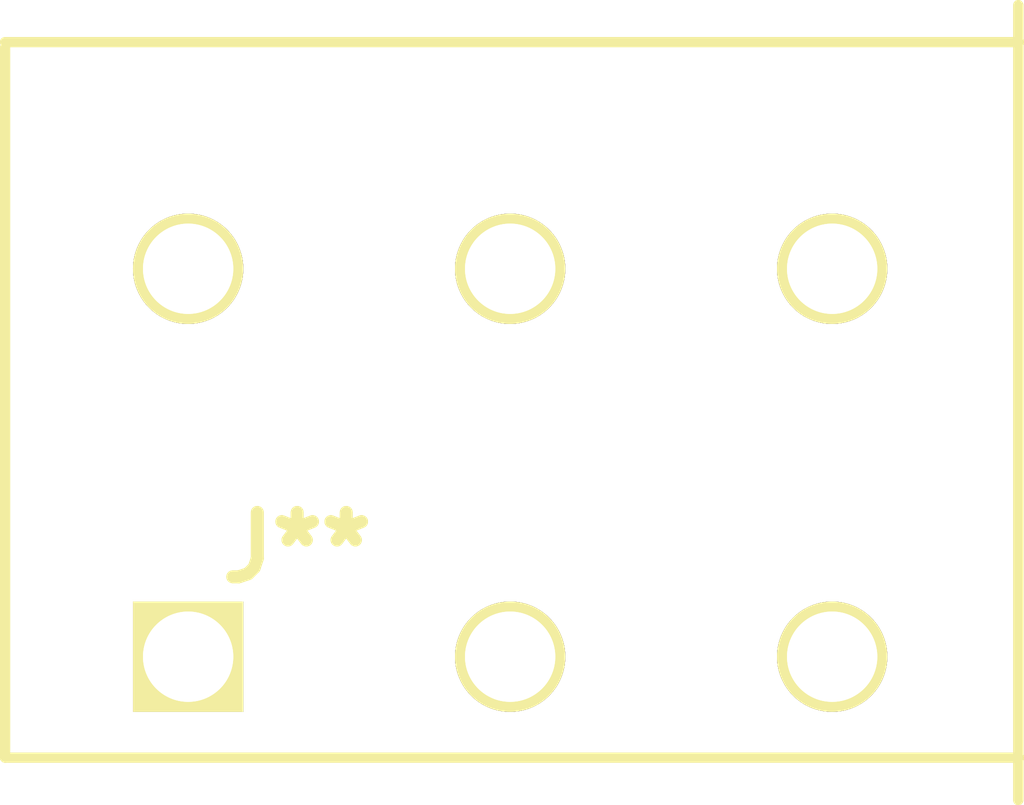
<source format=kicad_pcb>
(kicad_pcb (version 20171130) (host pcbnew "(5.0.2)-1")

  (general
    (thickness 1.6)
    (drawings 0)
    (tracks 0)
    (zones 0)
    (modules 2)
    (nets 1)
  )

  (page A4)
  (layers
    (0 F.Cu signal)
    (31 B.Cu signal)
    (32 B.Adhes user)
    (33 F.Adhes user)
    (34 B.Paste user)
    (35 F.Paste user)
    (36 B.SilkS user)
    (37 F.SilkS user)
    (38 B.Mask user)
    (39 F.Mask user)
    (40 Dwgs.User user)
    (41 Cmts.User user)
    (42 Eco1.User user)
    (43 Eco2.User user)
    (44 Edge.Cuts user)
    (45 Margin user)
    (46 B.CrtYd user)
    (47 F.CrtYd user)
    (48 B.Fab user)
    (49 F.Fab user)
  )

  (setup
    (last_trace_width 0.25)
    (trace_clearance 0.2)
    (zone_clearance 0.508)
    (zone_45_only no)
    (trace_min 0.2)
    (segment_width 0.2)
    (edge_width 0.15)
    (via_size 0.8)
    (via_drill 0.4)
    (via_min_size 0.4)
    (via_min_drill 0.3)
    (uvia_size 0.3)
    (uvia_drill 0.1)
    (uvias_allowed no)
    (uvia_min_size 0.2)
    (uvia_min_drill 0.1)
    (pcb_text_width 0.3)
    (pcb_text_size 1.5 1.5)
    (mod_edge_width 0.15)
    (mod_text_size 1 1)
    (mod_text_width 0.15)
    (pad_size 1.524 1.524)
    (pad_drill 0.762)
    (pad_to_mask_clearance 0.051)
    (solder_mask_min_width 0.25)
    (aux_axis_origin 0 0)
    (visible_elements FFFFFF7F)
    (pcbplotparams
      (layerselection 0x010fc_ffffffff)
      (usegerberextensions false)
      (usegerberattributes false)
      (usegerberadvancedattributes false)
      (creategerberjobfile false)
      (excludeedgelayer true)
      (linewidth 0.100000)
      (plotframeref false)
      (viasonmask false)
      (mode 1)
      (useauxorigin false)
      (hpglpennumber 1)
      (hpglpenspeed 20)
      (hpglpendiameter 15.000000)
      (psnegative false)
      (psa4output false)
      (plotreference true)
      (plotvalue true)
      (plotinvisibletext false)
      (padsonsilk false)
      (subtractmaskfromsilk false)
      (outputformat 1)
      (mirror false)
      (drillshape 1)
      (scaleselection 1)
      (outputdirectory ""))
  )

  (net 0 "")

  (net_class Default "This is the default net class."
    (clearance 0.2)
    (trace_width 0.25)
    (via_dia 0.8)
    (via_drill 0.4)
    (uvia_dia 0.3)
    (uvia_drill 0.1)
  )

  (module 39-28-1063:SHDR6W125P550X420_2X3_1380X960X1310P (layer F.Cu) (tedit 5C311395) (tstamp 5C311605)
    (at 0 0)
    (descr 39-28-1063)
    (tags Connector)
    (fp_text reference J** (at -4.24 2.86) (layer F.SilkS)
      (effects (font (size 1.27 1.27) (thickness 0.254)))
    )
    (fp_text value SHDR6W125P550X420_2X3_1380X960X1310P (at -4.24 2.86) (layer F.SilkS) hide
      (effects (font (size 1.27 1.27) (thickness 0.254)))
    )
    (fp_line (start -7.32 5.09) (end -7.32 -5.21) (layer Dwgs.User) (width 0.05))
    (fp_line (start -7.32 -5.21) (end 7.23 -5.21) (layer Dwgs.User) (width 0.05))
    (fp_line (start 7.23 -5.21) (end 7.23 5.09) (layer Dwgs.User) (width 0.05))
    (fp_line (start 7.23 5.09) (end -7.32 5.09) (layer Dwgs.User) (width 0.05))
    (fp_line (start -10 7) (end -10 -7) (layer Dwgs.User) (width 0.1))
    (fp_line (start -7.07 -7.11) (end 6.98 -7.11) (layer Dwgs.User) (width 0.1))
    (fp_line (start 10 -7) (end 10 7) (layer Dwgs.User) (width 0.1))
    (fp_line (start 10 7) (end -10 7) (layer Dwgs.User) (width 0.1))
    (fp_line (start -10 7) (end 10 7) (layer F.SilkS) (width 0.2))
    (fp_line (start 9.98 7.84) (end 9.98 -7.84) (layer F.SilkS) (width 0.2))
    (fp_line (start 10 -7.11) (end -10 -7.11) (layer F.SilkS) (width 0.2))
    (fp_line (start -10 -7) (end -10 7) (layer F.SilkS) (width 0.2))
    (pad 1 thru_hole rect (at -6.39 5.01 90) (size 2.175 2.175) (drill 1.78) (layers *.Cu *.Mask F.SilkS))
    (pad 2 thru_hole circle (at -6.39 -2.64 90) (size 2.175 2.175) (drill 1.78) (layers *.Cu *.Mask F.SilkS))
    (pad 3 thru_hole circle (at -0.04 5.01 90) (size 2.175 2.175) (drill 1.78) (layers *.Cu *.Mask F.SilkS))
    (pad 4 thru_hole circle (at -0.04 -2.64 90) (size 2.175 2.175) (drill 1.78) (layers *.Cu *.Mask F.SilkS))
    (pad 5 thru_hole circle (at 6.31 5.01 90) (size 2.175 2.175) (drill 1.78) (layers *.Cu *.Mask F.SilkS))
    (pad 6 thru_hole circle (at 6.31 -2.64 90) (size 2.175 2.175) (drill 1.78) (layers *.Cu *.Mask F.SilkS))
  )

  (module 39-28-1063:SHDR6W125P550X420_2X3_1380X960X1310P (layer F.Cu) (tedit 5C311395) (tstamp 5C3115D8)
    (at 0 0)
    (descr 39-28-1063)
    (tags Connector)
    (fp_text reference J** (at -4.24 2.86) (layer F.SilkS)
      (effects (font (size 1.27 1.27) (thickness 0.254)))
    )
    (fp_text value SHDR6W125P550X420_2X3_1380X960X1310P (at -4.24 2.86) (layer F.SilkS) hide
      (effects (font (size 1.27 1.27) (thickness 0.254)))
    )
    (fp_line (start -7.32 5.09) (end -7.32 -5.21) (layer Dwgs.User) (width 0.05))
    (fp_line (start -7.32 -5.21) (end 7.23 -5.21) (layer Dwgs.User) (width 0.05))
    (fp_line (start 7.23 -5.21) (end 7.23 5.09) (layer Dwgs.User) (width 0.05))
    (fp_line (start 7.23 5.09) (end -7.32 5.09) (layer Dwgs.User) (width 0.05))
    (fp_line (start -10 7) (end -10 -7) (layer Dwgs.User) (width 0.1))
    (fp_line (start -7.07 -7.11) (end 6.98 -7.11) (layer Dwgs.User) (width 0.1))
    (fp_line (start 10 -7) (end 10 7) (layer Dwgs.User) (width 0.1))
    (fp_line (start 10 7) (end -10 7) (layer Dwgs.User) (width 0.1))
    (fp_line (start -10 7) (end 10 7) (layer F.SilkS) (width 0.2))
    (fp_line (start 9.98 7.84) (end 9.98 -7.84) (layer F.SilkS) (width 0.2))
    (fp_line (start 10 -7.11) (end -10 -7.11) (layer F.SilkS) (width 0.2))
    (fp_line (start -10 -7) (end -10 7) (layer F.SilkS) (width 0.2))
    (pad 1 thru_hole rect (at -6.39 5.01 90) (size 2.175 2.175) (drill 1.78) (layers *.Cu *.Mask F.SilkS))
    (pad 2 thru_hole circle (at -6.39 -2.64 90) (size 2.175 2.175) (drill 1.78) (layers *.Cu *.Mask F.SilkS))
    (pad 3 thru_hole circle (at -0.04 5.01 90) (size 2.175 2.175) (drill 1.78) (layers *.Cu *.Mask F.SilkS))
    (pad 4 thru_hole circle (at -0.04 -2.64 90) (size 2.175 2.175) (drill 1.78) (layers *.Cu *.Mask F.SilkS))
    (pad 5 thru_hole circle (at 6.31 5.01 90) (size 2.175 2.175) (drill 1.78) (layers *.Cu *.Mask F.SilkS))
    (pad 6 thru_hole circle (at 6.31 -2.64 90) (size 2.175 2.175) (drill 1.78) (layers *.Cu *.Mask F.SilkS))
  )

)

</source>
